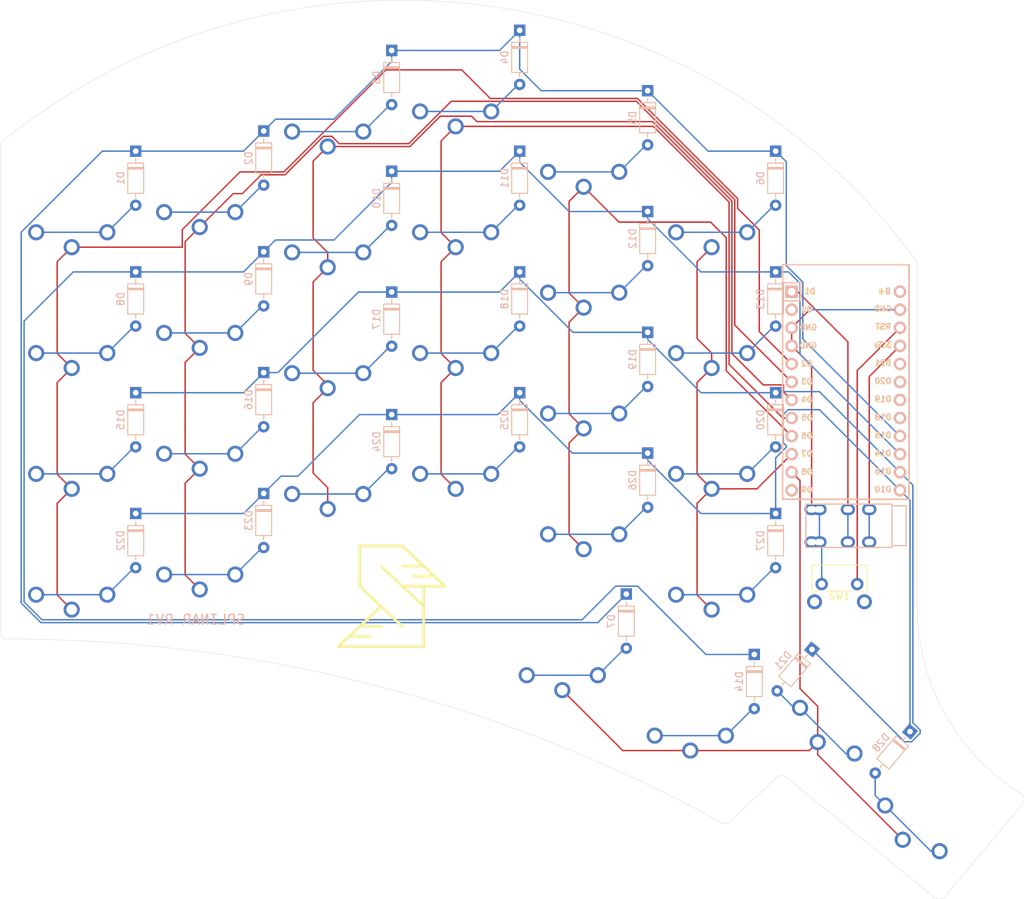
<source format=kicad_pcb>
(kicad_pcb (version 20240108) (generator "pcbnew") (generator_version "8.0")
  (layers (0 "F.Cu" signal) (31 "B.Cu" signal) (34 "B.Paste" user) (35 "F.Paste" user) (36 "B.SilkS" user "B.Silkscreen") (37 "F.SilkS" user "F.Silkscreen") (38 "B.Mask" user) (39 "F.Mask" user) (44 "Edge.Cuts" user))
  (net 0 "")
  (net 1 "Net-(D1-A)")
  (net 2 "Row 0")
  (net 3 "Net-(D2-A)")
  (net 4 "Net-(D3-A)")
  (net 5 "Net-(D4-A)")
  (net 6 "Net-(D5-A)")
  (net 7 "Net-(D6-A)")
  (net 8 "Net-(D7-A)")
  (net 9 "Row 1")
  (net 10 "Net-(D8-A)")
  (net 11 "Net-(D9-A)")
  (net 12 "Net-(D10-A)")
  (net 13 "Net-(D11-A)")
  (net 14 "Net-(D12-A)")
  (net 15 "Net-(D13-A)")
  (net 16 "Net-(D14-A)")
  (net 17 "Net-(D15-A)")
  (net 18 "Row 2")
  (net 19 "Net-(D16-A)")
  (net 20 "Net-(D17-A)")
  (net 21 "Net-(D18-A)")
  (net 22 "Net-(D19-A)")
  (net 23 "Net-(D20-A)")
  (net 24 "Net-(D21-A)")
  (net 25 "Row 3")
  (net 26 "Net-(D22-A)")
  (net 27 "Net-(D23-A)")
  (net 28 "Net-(D24-A)")
  (net 29 "Net-(D25-A)")
  (net 30 "Net-(D26-A)")
  (net 31 "Net-(D27-A)")
  (net 32 "Net-(D28-A)")
  (net 33 "Column 0")
  (net 34 "Column 1")
  (net 35 "Column 2")
  (net 36 "Column 3")
  (net 37 "Column 4")
  (net 38 "Column 5")
  (net 39 "Column 6")
  (net 40 "GND")
  (net 47 "RST")
  (net 48 "SDA")
  (net 49 "VCC")
  (footprint "Flippy:Kailh-PG1350-1u-reversible-No-Clickhole" (layer "F.Cu") (at 72 105.066661)
    (property "Reference" "S23")
    (property "Value" "Keyswitch" (hide yes))
  )
  (footprint "Flippy:Kailh-PG1350-1u-reversible-No-Clickhole" (layer "F.Cu") (at 72 71.066661)
    (property "Reference" "S9")
    (property "Value" "Keyswitch" (hide yes))
  )
  (footprint "Flippy:Kailh-PG1350-1u-reversible-No-Clickhole" (layer "F.Cu") (at 126 99.399995)
    (property "Reference" "S26")
    (property "Value" "Keyswitch" (hide yes))
  )
  (footprint "Flippy:Kailh-PG1350-1u-reversible-No-Clickhole" (layer "F.Cu") (at 126 82.399995)
    (property "Reference" "S19")
    (property "Value" "Keyswitch" (hide yes))
  )
  (footprint "Flippy:Kailh-PG1350-1u-reversible-No-Clickhole" (layer "F.Cu") (at 90 76.733329)
    (property "Reference" "S17")
    (property "Value" "Keyswitch" (hide yes))
  )
  (footprint "Flippy:Kailh-PG1350-1u-reversible-No-Clickhole" (layer "F.Cu") (at 54 73.9)
    (property "Reference" "S8")
    (property "Value" "Keyswitch" (hide yes))
  )
  (footprint "Flippy:Kailh-PG1350-1u-reversible-No-Clickhole" (layer "F.Cu") (at 162.707553 127.926004 -40)
    (property "Reference" "S21")
    (property "Value" "Keyswitch" (hide yes))
  )
  (footprint "Flippy:Kailh-PG1350-1u-reversible-No-Clickhole" (layer "F.Cu") (at 72 88.066661)
    (property "Reference" "S16")
    (property "Value" "Keyswitch" (hide yes))
  )
  (footprint "Flippy:Kailh-PG1350-1u-reversible-No-Clickhole" (layer "F.Cu") (at 90 93.733329)
    (property "Reference" "S24")
    (property "Value" "Keyswitch" (hide yes))
  )
  (footprint "Flippy:Kailh-PG1350-1u-reversible-No-Clickhole" (layer "F.Cu") (at 126 48.399995)
    (property "Reference" "S5")
    (property "Value" "Keyswitch" (hide yes))
  )
  (footprint "Flippy:Kailh-PG1350-1u-reversible-No-Clickhole" (layer "F.Cu") (at 126 65.399995)
    (property "Reference" "S12")
    (property "Value" "Keyswitch" (hide yes))
  )
  (footprint "Flippy:Kailh-PG1350-1u-reversible-No-Clickhole" (layer "F.Cu") (at 144 73.899994)
    (property "Reference" "S13")
    (property "Value" "Keyswitch" (hide yes))
  )
  (footprint "Flippy:Kailh-PG1350-1u-reversible-No-Clickhole" (layer "F.Cu") (at 90 42.733329)
    (property "Reference" "S3")
    (property "Value" "Keyswitch" (hide yes))
  )
  (footprint "Flippy:Kailh-PG1350-1u-reversible-No-Clickhole" (layer "F.Cu") (at 108 56.899996)
    (property "Reference" "S11")
    (property "Value" "Keyswitch" (hide yes))
  )
  (footprint "Keebio:SW_Tactile_SPST_Angled_MJTP1117" (layer "F.Cu") (at 159.475 110.2125)
    (property "Reference" "SW1")
    (property "Value" "SW_Push")
  )
  (footprint "Flippy:Kailh-PG1350-1u-reversible-No-Clickhole" (layer "F.Cu") (at 144 107.899994)
    (property "Reference" "S27")
    (property "Value" "Keyswitch" (hide yes))
  )
  (footprint "ScottoKeebs_MCU:Nice_Nano_V2" (layer "F.Cu") (at 162.87 83.0325)
    (property "Reference" "U2" (hide yes))
    (property "Value" "Nice_Nano_V2" (hide yes))
  )
  (footprint "Flippy:Kailh-PG1350-1u-reversible-No-Clickhole" (layer "F.Cu") (at 108 90.899996)
    (property "Reference" "S25")
    (property "Value" "Keyswitch" (hide yes))
  )
  (footprint "Flippy:Kailh-PG1350-1u-reversible-No-Clickhole" (layer "F.Cu") (at 54 90.9)
    (property "Reference" "S15")
    (property "Value" "Keyswitch" (hide yes))
  )
  (footprint "Flippy:Kailh-PG1350-1u-reversible-No-Clickhole" (layer "F.Cu") (at 54 56.9)
    (property "Reference" "S1")
    (property "Value" "Keyswitch" (hide yes))
  )
  (footprint "Flippy:TRRS_PJ-320A_FLIP" (layer "F.Cu") (at 169.3625 102 -90)
    (property "Reference" "U1")
    (property "Value" "TRRS")
  )
  (footprint "Flippy:Kailh-PG1350-1u-reversible-No-Clickhole" (layer "F.Cu") (at 123 119.23332)
    (property "Reference" "S7")
    (property "Value" "Keyswitch" (hide yes))
  )
  (footprint "Flippy:Kailh-PG1350-1u-reversible-No-Clickhole" (layer "F.Cu") (at 144 90.899994)
    (property "Reference" "S20")
    (property "Value" "Keyswitch" (hide yes))
  )
  (footprint "Flippy:Kailh-PG1350-1u-reversible-No-Clickhole" (layer "F.Cu") (at 144 56.899994)
    (property "Reference" "S6")
    (property "Value" "Keyswitch" (hide yes))
  )
  (footprint "Flippy:Kailh-PG1350-1u-reversible-No-Clickhole" (layer "F.Cu") (at 108 39.899996)
    (property "Reference" "S4")
    (property "Value" "Keyswitch" (hide yes))
  )
  (footprint "Flippy:Kailh-PG1350-1u-reversible-No-Clickhole" (layer "F.Cu") (at 174.675112 141.66665 -40)
    (property "Reference" "S28")
    (property "Value" "Keyswitch" (hide yes))
  )
  (footprint "Flippy:Kailh-PG1350-1u-reversible-No-Clickhole" (layer "F.Cu") (at 90 59.733329)
    (property "Reference" "S10")
    (property "Value" "Keyswitch" (hide yes))
  )
  (footprint "Flippy:Kailh-PG1350-1u-reversible-No-Clickhole" (layer "F.Cu") (at 54 107.9)
    (property "Reference" "S22")
    (property "Value" "Keyswitch" (hide yes))
  )
  (footprint "Flippy:Kailh-PG1350-1u-reversible-No-Clickhole" (layer "F.Cu") (at 108 73.899996)
    (property "Reference" "S18")
    (property "Value" "Keyswitch" (hide yes))
  )
  (footprint "Flippy:Kailh-PG1350-1u-reversible-No-Clickhole" (layer "F.Cu") (at 141 127.733319)
    (property "Reference" "S14")
    (property "Value" "Keyswitch" (hide yes))
  )
  (footprint "Flippy:Kailh-PG1350-1u-reversible-No-Clickhole" (layer "F.Cu") (at 72 54.066661)
    (property "Reference" "S2")
    (property "Value" "Keyswitch" (hide yes))
  )
  (footprint "Flippy:Diode_DO-35-FLIP" (layer "B.Cu") (at 150 120.113319 -90)
    (property "Reference" "D14")
    (property "Value" "Diode")
  )
  (footprint "Flippy:Diode_DO-35-FLIP" (layer "B.Cu") (at 81 63.446661 -90)
    (property "Reference" "D9")
    (property "Value" "Diode")
  )
  (footprint "Flippy:Diode_DO-35-FLIP" (layer "B.Cu") (at 81 80.446661 -90)
    (property "Reference" "D16")
    (property "Value" "Diode")
  )
  (footprint "Flippy:Diode_DO-35-FLIP" (layer "B.Cu") (at 63 66.28 -90)
    (property "Reference" "D8")
    (property "Value" "Diode")
  )
  (footprint "Flippy:Diode_DO-35-FLIP" (layer "B.Cu") (at 117 49.279996 -90)
    (property "Reference" "D11")
    (property "Value" "Diode")
  )
  (footprint "Flippy:Diode_DO-35-FLIP" (layer "B.Cu") (at 135 91.779994 -90)
    (property "Reference" "D26")
    (property "Value" "Diode")
  )
  (footprint "Flippy:Diode_DO-35-FLIP" (layer "B.Cu") (at 117 66.28 -90)
    (property "Reference" "D18")
    (property "Value" "Diode")
  )
  (footprint "Flippy:Diode_DO-35-FLIP" (layer "B.Cu") (at 63 83.28 -90)
    (property "Reference" "D15")
    (property "Value" "Diode")
  )
  (footprint "Flippy:Diode_DO-35-FLIP" (layer "B.Cu") (at 153 49.279994 -90)
    (property "Reference" "D6")
    (property "Value" "Diode")
  )
  (footprint "Flippy:Diode_DO-35-FLIP" (layer "B.Cu") (at 63 49.28 -90)
    (property "Reference" "D1")
    (property "Value" "Diode")
  )
  (footprint "Flippy:Diode_DO-35-FLIP" (layer "B.Cu") (at 81 46.446661 -90)
    (property "Reference" "D2")
    (property "Value" "Diode")
  )
  (footprint "Flippy:Diode_DO-35-FLIP" (layer "B.Cu") (at 117 32.279996 -90)
    (property "Reference" "D4")
    (property "Value" "Diode")
  )
  (footprint "Flippy:Diode_DO-35-FLIP" (layer "B.Cu") (at 99 35.113329 -90)
    (property "Reference" "D3")
    (property "Value" "Diode")
  )
  (footprint "Flippy:Diode_DO-35-FLIP" (layer "B.Cu") (at 135 40.78 -90)
    (property "Reference" "D5")
    (property "Value" "Diode")
  )
  (footprint "Flippy:Diode_DO-35-FLIP" (layer "B.Cu") (at 99 86.355 -90)
    (property "Reference" "D24")
    (property "Value" "Diode")
  )
  (footprint "Flippy:Diode_DO-35-FLIP" (layer "B.Cu") (at 153 66.279994 -90)
    (property "Reference" "D13")
    (property "Value" "Diode")
  )
  (footprint "Flippy:Diode_DO-35-FLIP" (layer "B.Cu") (at 135 57.78 -90)
    (property "Reference" "D12")
    (property "Value" "Diode")
  )
  (footprint "Flippy:Diode_DO-35-FLIP" (layer "B.Cu") (at 158.1112 119.4 -130)
    (property "Reference" "D21")
    (property "Value" "Diode")
  )
  (footprint "Flippy:Diode_DO-35-FLIP" (layer "B.Cu") (at 117 83.279996 -90)
    (property "Reference" "D25")
    (property "Value" "Diode")
  )
  (footprint "Flippy:Diode_DO-35-FLIP" (layer "B.Cu") (at 132 111.613319 -90)
    (property "Reference" "D7")
    (property "Value" "Diode")
  )
  (footprint "Flippy:Diode_DO-35-FLIP" (layer "B.Cu") (at 99 69.113329 -90)
    (property "Reference" "D17")
    (property "Value" "Diode")
  )
  (footprint "Flippy:Diode_DO-35-FLIP" (layer "B.Cu") (at 99 52.113329 -90)
    (property "Reference" "D10")
    (property "Value" "Diode")
  )
  (footprint "Flippy:Diode_DO-35-FLIP" (layer "B.Cu") (at 81 97.446661 -90)
    (property "Reference" "D23")
    (property "Value" "Diode")
  )
  (footprint "Flippy:Diode_DO-35-FLIP" (layer "B.Cu") (at 153 100.28 -90)
    (property "Reference" "D27")
    (property "Value" "Diode")
  )
  (footprint "Flippy:Diode_DO-35-FLIP" (layer "B.Cu") (at 171.9 130.970177 -130)
    (property "Reference" "D28")
    (property "Value" "Diode")
  )
  (footprint "Flippy:Diode_DO-35-FLIP" (layer "B.Cu") (at 153 83.28 -90)
    (property "Reference" "D20")
    (property "Value" "Diode")
  )
  (footprint "Flippy:Diode_DO-35-FLIP" (layer "B.Cu") (at 135 74.78 -90)
    (property "Reference" "D19")
    (property "Value" "Diode")
  )
  (footprint "Flippy:Diode_DO-35-FLIP" (layer "B.Cu") (at 63 100.28 -90)
    (property "Reference" "D22")
    (property "Value" "Diode")
  )
  (gr_line (start 102 109.083359) (end 105 109.083359) (stroke (width 0.4)) (layer "F.SilkS"))
  (gr_line (start 106.5 110.500026) (end 100.5 110.500026) (stroke (width 0.4)) (layer "F.SilkS"))
  (gr_line (start 100.5 116.166694) (end 94.499957 110.500071) (stroke (width 0.4)) (layer "F.SilkS"))
  (gr_line (start 100.5 104.833358) (end 106.5 110.500026) (stroke (width 0.4)) (layer "F.SilkS"))
  (gr_line (start 97.5 113.33336) (end 91.499957 118.999983) (stroke (width 0.4)) (layer "F.SilkS"))
  (gr_line (start 100.5 107.666692) (end 103.5 107.666692) (stroke (width 0.4)) (layer "F.SilkS"))
  (gr_line (start 94.5 104.833358) (end 100.5 104.833358) (stroke (width 0.4)) (layer "F.SilkS"))
  (gr_line (start 94.5 110.500026) (end 94.5 104.833358) (stroke (width 0.4)) (layer "F.SilkS"))
  (gr_line (start 97.5 107.666692) (end 103.5 113.33336) (stroke (width 0.4)) (layer "F.SilkS"))
  (gr_line (start 94.5 116.166694) (end 97.5 116.166694) (stroke (width 0.4)) (layer "F.SilkS"))
  (gr_line (start 91.5 119.000028) (end 103.5 119.000028) (stroke (width 0.4)) (layer "F.SilkS"))
  (gr_line (start 103.5 119.000028) (end 103.5 110.500026) (stroke (width 0.4)) (layer "F.SilkS"))
  (gr_line (start 93 117.583361) (end 96 117.583361) (stroke (width 0.4)) (layer "F.SilkS"))
  (gr_line (start 105 109.083359) (end 103.5 107.666692) (stroke (width 0.1)) (layer "F.SilkS"))
  (gr_arc (start 45 117.9375) (mid 44.248699 117.626301) (end 43.9375 116.875) (stroke (width 0.05)) (layer "Edge.Cuts"))
  (gr_arc (start 146.676237 143.535476) (mid 145.954913 143.910928) (end 145.179352 143.666435) (stroke (width 0.05)) (layer "Edge.Cuts"))
  (gr_line (start 154.5 137.416699) (end 175.329594 154.281959) (stroke (width 0.05)) (layer "Edge.Cuts"))
  (gr_line (start 187.67352 141.223999) (end 176.826479 154.151) (stroke (width 0.05)) (layer "Edge.Cuts"))
  (gr_arc (start 176.826479 154.151) (mid 176.105159 154.526495) (end 175.329594 154.281959) (stroke (width 0.05)) (layer "Edge.Cuts"))
  (gr_arc (start 187.542559 139.727116) (mid 176.802804 128.426081) (end 172.895696 113.33336) (stroke (width 0.05)) (layer "Edge.Cuts"))
  (gr_arc (start 187.542559 139.727117) (mid 187.918053 140.448435) (end 187.67352 141.223999) (stroke (width 0.05)) (layer "Edge.Cuts"))
  (gr_arc (start 43.937496 48.166662) (mid 112.010304 28.782979) (end 172.891486 64.881676) (stroke (width 0.05)) (layer "Edge.Cuts"))
  (gr_arc (start 45 117.9375) (mid 96.71528 124.472443) (end 145.179352 143.666435) (stroke (width 0.05)) (layer "Edge.Cuts"))
  (gr_line (start 146.676237 143.535476) (end 153.003115 137.547658) (stroke (width 0.05)) (layer "Edge.Cuts"))
  (gr_line (start 43.937495 48.166661) (end 43.9375 116.875) (stroke (width 0.05)) (layer "Edge.Cuts"))
  (gr_line (start 172.895696 113.33336) (end 172.891486 64.881676) (stroke (width 0.05)) (layer "Edge.Cuts"))
  (gr_arc (start 153.003115 137.547658) (mid 153.724439 137.172206) (end 154.5 137.416699) (stroke (width 0.05)) (layer "Edge.Cuts"))
  (gr_text "SPLINAR RV1" (at 64.5 116.166694 0) (layer "B.SilkS") (effects (font (size 1.5 1.5) (thickness 0.1)) (justify right bottom mirror)))
  (segment (start 62.8 56.9) (end 63 56.9) (width 0.2) (layer "B.Cu") (net 1))
  (segment (start 49 60.7) (end 59 60.7) (width 0.2) (layer "B.Cu") (net 1))
  (segment (start 59 60.7) (end 62.8 56.9) (width 0.2) (layer "B.Cu") (net 1))
  (segment (start 78.166661 49.28) (end 81 46.446661) (width 0.2) (layer "B.Cu") (net 2))
  (segment (start 63 49.28) (end 78.166661 49.28) (width 0.2) (layer "B.Cu") (net 2))
  (segment (start 117 37.75) (end 120.03 40.78) (width 0.2) (layer "B.Cu") (net 2))
  (segment (start 154.5 50.779994) (end 154.5 65.394215) (width 0.2) (layer "B.Cu") (net 2))
  (segment (start 154.5 65.394215) (end 156.8263 67.720515) (width 0.2) (layer "B.Cu") (net 2))
  (segment (start 82.663332 44.783329) (end 90.883347 44.783329) (width 0.2) (layer "B.Cu") (net 2))
  (segment (start 58.303347 49.28) (end 63 49.28) (width 0.2) (layer "B.Cu") (net 2))
  (segment (start 143.499994 49.279994) (end 153 49.279994) (width 0.2) (layer "B.Cu") (net 2))
  (segment (start 153 49.279994) (end 154.5 50.779994) (width 0.2) (layer "B.Cu") (net 2))
  (segment (start 117 32.279996) (end 117 37.75) (width 0.2) (layer "B.Cu") (net 2))
  (segment (start 49.648621 115.631) (end 46.9 112.882378) (width 0.2) (layer "B.Cu") (net 2))
  (segment (start 156.8263 75.7188) (end 170.49 89.3825) (width 0.2) (layer "B.Cu") (net 2))
  (segment (start 114.166667 35.113329) (end 117 32.279996) (width 0.2) (layer "B.Cu") (net 2))
  (segment (start 127.982319 115.631) (end 49.648621 115.631) (width 0.2) (layer "B.Cu") (net 2))
  (segment (start 46.9 112.882378) (end 46.9 60.683347) (width 0.2) (layer "B.Cu") (net 2))
  (segment (start 135 40.78) (end 143.499994 49.279994) (width 0.2) (layer "B.Cu") (net 2))
  (segment (start 90.883347 44.783329) (end 99 36.666676) (width 0.2) (layer "B.Cu") (net 2))
  (segment (start 99 35.113329) (end 114.166667 35.113329) (width 0.2) (layer "B.Cu") (net 2))
  (segment (start 81 46.446661) (end 82.663332 44.783329) (width 0.2) (layer "B.Cu") (net 2))
  (segment (start 132 111.613319) (end 127.982319 115.631) (width 0.2) (layer "B.Cu") (net 2))
  (segment (start 46.9 60.683347) (end 58.303347 49.28) (width 0.2) (layer "B.Cu") (net 2))
  (segment (start 120.03 40.78) (end 135 40.78) (width 0.2) (layer "B.Cu") (net 2))
  (segment (start 99 36.666676) (end 99 35.113329) (width 0.2) (layer "B.Cu") (net 2))
  (segment (start 156.8263 67.720515) (end 156.8263 75.7188) (width 0.2) (layer "B.Cu") (net 2))
  (segment (start 67 57.866661) (end 77 57.866661) (width 0.2) (layer "B.Cu") (net 3))
  (segment (start 77 57.866661) (end 80.8 54.066661) (width 0.2) (layer "B.Cu") (net 3))
  (segment (start 80.8 54.066661) (end 81 54.066661) (width 0.2) (layer "B.Cu") (net 3))
  (segment (start 98.8 42.733329) (end 99 42.733329) (width 0.2) (layer "B.Cu") (net 4))
  (segment (start 85 46.533329) (end 95 46.533329) (width 0.2) (layer "B.Cu") (net 4))
  (segment (start 95 46.533329) (end 98.8 42.733329) (width 0.2) (layer "B.Cu") (net 4))
  (segment (start 103 43.699996) (end 113 43.699996) (width 0.2) (layer "B.Cu") (net 5))
  (segment (start 113 43.699996) (end 116.8 39.899996) (width 0.2) (layer "B.Cu") (net 5))
  (segment (start 116.8 39.899996) (end 117 39.899996) (width 0.2) (layer "B.Cu") (net 5))
  (segment (start 134.799995 48.4) (end 135 48.4) (width 0.2) (layer "B.Cu") (net 6))
  (segment (start 121 52.199995) (end 131 52.199995) (width 0.2) (layer "B.Cu") (net 6))
  (segment (start 131 52.199995) (end 134.799995 48.4) (width 0.2) (layer "B.Cu") (net 6))
  (segment (start 149 60.699994) (end 152.8 56.899994) (width 0.2) (layer "B.Cu") (net 7))
  (segment (start 152.8 56.899994) (end 153 56.899994) (width 0.2) (layer "B.Cu") (net 7))
  (segment (start 139 60.699994) (end 149 60.699994) (width 0.2) (layer "B.Cu") (net 7))
  (segment (start 128 123.03332) (end 131.800001 119.233319) (width 0.2) (layer "B.Cu") (net 8))
  (segment (start 118 123.03332) (end 128 123.03332) (width 0.2) (layer "B.Cu") (net 8))
  (segment (start 131.800001 119.233319) (end 132 119.233319) (width 0.2) (layer "B.Cu") (net 8))
  (segment (start 78.166661 66.28) (end 81 63.446661) (width 0.2) (layer "B.Cu") (net 9))
  (segment (start 54.220016 66.28) (end 63 66.28) (width 0.2) (layer "B.Cu") (net 9))
  (segment (start 130.5 110.500026) (end 125.769026 115.231) (width 0.2) (layer "B.Cu") (net 9))
  (segment (start 117 50.833346) (end 117 49.279996) (width 0.2) (layer "B.Cu") (net 9))
  (segment (start 47.3 73.200016) (end 54.220016 66.28) (width 0.2) (layer "B.Cu") (net 9))
  (segment (start 156.4263 67.8862) (end 154.820094 66.279994) (width 0.2) (layer "B.Cu") (net 9))
  (segment (start 143.196626 120.113319) (end 133.583333 110.500026) (width 0.2) (layer "B.Cu") (net 9))
  (segment (start 125.769026 115.231) (end 49.814307 115.231) (width 0.2) (layer "B.Cu") (net 9))
  (segment (start 142.499994 66.279994) (end 153 66.279994) (width 0.2) (layer "B.Cu") (net 9))
  (segment (start 133.583333 110.500026) (end 130.5 110.500026) (width 0.2) (layer "B.Cu") (net 9))
  (segment (start 82.663332 61.783329) (end 90.883351 61.783329) (width 0.2) (layer "B.Cu") (net 9))
  (segment (start 114.166667 52.113329) (end 117 49.279996) (width 0.2) (layer "B.Cu") (net 9))
  (segment (start 63 66.28) (end 78.166661 66.28) (width 0.2) (layer "B.Cu") (net 9))
  (segment (start 81 63.446661) (end 82.663332 61.783329) (width 0.2) (layer "B.Cu") (net 9))
  (segment (start 90.883351 61.783329) (end 99 53.66668) (width 0.2) (layer "B.Cu") (net 9))
  (segment (start 47.3 112.716693) (end 47.3 73.200016) (width 0.2) (layer "B.Cu") (net 9))
  (segment (start 99 53.66668) (end 99 52.113329) (width 0.2) (layer "B.Cu") (net 9))
  (segment (start 150 120.113319) (end 143.196626 120.113319) (width 0.2) (layer "B.Cu") (net 9))
  (segment (start 135 58.78) (end 142.499994 66.279994) (width 0.2) (layer "B.Cu") (net 9))
  (segment (start 123.946654 57.78) (end 117 50.833346) (width 0.2) (layer "B.Cu") (net 9))
  (segment (start 135 57.78) (end 123.946654 57.78) (width 0.2) (layer "B.Cu") (net 9))
  (segment (start 99 52.113329) (end 114.166667 52.113329) (width 0.2) (layer "B.Cu") (net 9))
  (segment (start 154.820094 66.279994) (end 153 66.279994) (width 0.2) (layer "B.Cu") (net 9))
  (segment (start 170.49 91.9225) (end 156.4263 77.8588) (width 0.2) (layer "B.Cu") (net 9))
  (segment (start 135 57.78) (end 135 58.78) (width 0.2) (layer "B.Cu") (net 9))
  (segment (start 49.814307 115.231) (end 47.3 112.716693) (width 0.2) (layer "B.Cu") (net 9))
  (segment (start 156.4263 77.8588) (end 156.4263 67.8862) (width 0.2) (layer "B.Cu") (net 9))
  (segment (start 59 77.7) (end 62.8 73.9) (width 0.2) (layer "B.Cu") (net 10))
  (segment (start 62.8 73.9) (end 63 73.9) (width 0.2) (layer "B.Cu") (net 10))
  (segment (start 49 77.7) (end 59 77.7) (width 0.2) (layer "B.Cu") (net 10))
  (segment (start 80.8 71.066661) (end 81 71.066661) (width 0.2) (layer "B.Cu") (net 11))
  (segment (start 67 74.866661) (end 77 74.866661) (width 0.2) (layer "B.Cu") (net 11))
  (segment (start 77 74.866661) (end 80.8 71.066661) (width 0.2) (layer "B.Cu") (net 11))
  (segment (start 98.8 59.733329) (end 99 59.733329) (width 0.2) (layer "B.Cu") (net 12))
  (segment (start 95 63.533329) (end 98.8 59.733329) (width 0.2) (layer "B.Cu") (net 12))
  (segment (start 85 63.533329) (end 95 63.533329) (width 0.2) (layer "B.Cu") (net 12))
  (segment (start 103 60.699996) (end 113 60.699996) (width 0.2) (layer "B.Cu") (net 13))
  (segment (start 113 60.699996) (end 116.8 56.899996) (width 0.2) (layer "B.Cu") (net 13))
  (segment (start 116.8 56.899996) (end 117 56.899996) (width 0.2) (layer "B.Cu") (net 13))
  (segment (start 121 69.199995) (end 131 69.199995) (width 0.2) (layer "B.Cu") (net 14))
  (segment (start 134.799995 65.4) (end 135 65.4) (width 0.2) (layer "B.Cu") (net 14))
  (segment (start 131 69.199995) (end 134.799995 65.4) (width 0.2) (layer "B.Cu") (net 14))
  (segment (start 149 77.699994) (end 152.8 73.899994) (width 0.2) (layer "B.Cu") (net 15))
  (segment (start 152.8 73.899994) (end 153 73.899994) (width 0.2) (layer "B.Cu") (net 15))
  (segment (start 139 77.699994) (end 149 77.699994) (width 0.2) (layer "B.Cu") (net 15))
  (segment (start 136 131.533319) (end 146 131.533319) (width 0.2) (layer "B.Cu") (net 16))
  (segment (start 149.8 127.733319) (end 150 127.733319) (width 0.2) (layer "B.Cu") (net 16))
  (segment (start 146 131.533319) (end 149.8 127.733319) (width 0.2) (layer "B.Cu") (net 16))
  (segment (start 62.8 90.9) (end 63 90.9) (width 0.2) (layer "B.Cu") (net 17))
  (segment (start 59 94.7) (end 62.8 90.9) (width 0.2) (layer "B.Cu") (net 17))
  (segment (start 49 94.7) (end 59 94.7) (width 0.2) (layer "B.Cu") (net 17))
  (segment (start 172.3 96.2725) (end 170.49 94.4625) (width 0.2) (layer "B.Cu") (net 18))
  (segment (start 159.1537 83.1262) (end 170.49 94.4625) (width 0.2) (layer "B.Cu") (net 18))
  (segment (start 173.327066 131.193047) (end 173.327066 130.747307) (width 0.2) (layer "B.Cu") (net 18))
  (segment (start 135 74.78) (end 135 75.78) (width 0.2) (layer "B.Cu") (net 18))
  (segment (start 135 75.78) (end 142.5 83.28) (width 0.2) (layer "B.Cu") (net 18))
  (segment (start 158.1112 119.4) (end 171.108443 132.397243) (width 0.2) (layer "B.Cu") (net 18))
  (segment (start 117 67.28) (end 124.5 74.78) (width 0.2) (layer "B.Cu") (net 18))
  (segment (start 153.1538 83.1262) (end 159.1537 83.1262) (width 0.2) (layer "B.Cu") (net 18))
  (segment (start 114.166671 69.113329) (end 117 66.28) (width 0.2) (layer "B.Cu") (net 18))
  (segment (start 63 83.28) (end 78.166661 83.28) (width 0.2) (layer "B.Cu") (net 18))
  (segment (start 153 83.28) (end 153.1538 83.1262) (width 0.2) (layer "B.Cu") (net 18))
  (segment (start 99 69.113329) (end 114.166671 69.113329) (width 0.2) (layer "B.Cu") (net 18))
  (segment (start 82.993578 80.446661) (end 94.32691 69.113329) (width 0.2) (layer "B.Cu") (net 18))
  (segment (start 142.5 83.28) (end 153 83.28) (width 0.2) (layer "B.Cu") (net 18))
  (segment (start 117 66.28) (end 117 67.28) (width 0.2) (layer "B.Cu") (net 18))
  (segment (start 81 80.446661) (end 82.993578 80.446661) (width 0.2) (layer "B.Cu") (net 18))
  (segment (start 173.327066 130.747307) (end 172.3 129.720241) (width 0.2) (layer "B.Cu") (net 18))
  (segment (start 171.108443 132.397243) (end 172.12287 132.397243) (width 0.2) (layer "B.Cu") (net 18))
  (segment (start 78.166661 83.28) (end 81 80.446661) (width 0.2) (layer "B.Cu") (net 18))
  (segment (start 172.3 129.720241) (end 172.3 96.2725) (width 0.2) (layer "B.Cu") (net 18))
  (segment (start 94.32691 69.113329) (end 99 69.113329) (width 0.2) (layer "B.Cu") (net 18))
  (segment (start 172.12287 132.397243) (end 173.327066 131.193047) (width 0.2) (layer "B.Cu") (net 18))
  (segment (start 124.5 74.78) (end 135 74.78) (width 0.2) (layer "B.Cu") (net 18))
  (segment (start 80.8 88.066661) (end 81 88.066661) (width 0.2) (layer "B.Cu") (net 19))
  (segment (start 77 91.866661) (end 80.8 88.066661) (width 0.2) (layer "B.Cu") (net 19))
  (segment (start 67 91.866661) (end 77 91.866661) (width 0.2) (layer "B.Cu") (net 19))
  (segment (start 98.8 76.733329) (end 99 76.733329) (width 0.2) (layer "B.Cu") (net 20))
  (segment (start 95 80.533329) (end 98.8 76.733329) (width 0.2) (layer "B.Cu") (net 20))
  (segment (start 85 80.533329) (end 95 80.533329) (width 0.2) (layer "B.Cu") (net 20))
  (segment (start 116.799996 73.9) (end 117 73.9) (width 0.2) (layer "B.Cu") (net 21))
  (segment (start 113 77.699996) (end 116.799996 73.9) (width 0.2) (layer "B.Cu") (net 21))
  (segment (start 103 77.699996) (end 113 77.699996) (width 0.2) (layer "B.Cu") (net 21))
  (segment (start 134.799995 82.4) (end 135 82.4) (width 0.2) (layer "B.Cu") (net 22))
  (segment (start 131 86.199995) (end 134.799995 82.4) (width 0.2) (layer "B.Cu") (net 22))
  (segment (start 121 86.199995) (end 131 86.199995) (width 0.2) (layer "B.Cu") (net 22))
  (segment (start 152.799994 90.9) (end 153 90.9) (width 0.2) (layer "B.Cu") (net 23))
  (segment (start 139 94.699994) (end 149 94.699994) (width 0.2) (layer "B.Cu") (net 23))
  (segment (start 149 94.699994) (end 152.799994 90.9) (width 0.2) (layer "B.Cu") (net 23))
  (segment (start 153.213158 125.237259) (end 155.598934 127.623035) (width 0.2) (layer "B.Cu") (net 24))
  (segment (start 156.434738 127.623035) (end 162.862614 134.050911) (width 0.2) (layer "B.Cu") (net 24))
  (segment (start 162.862614 134.050911) (end 164.095182 134.050911) (width 0.2) (layer "B.Cu") (net 24))
  (segment (start 155.598934 127.623035) (end 156.434738 127.623035) (width 0.2) (layer "B.Cu") (net 24))
  (segment (start 142.500006 100.28) (end 153 100.28) (width 0.2) (layer "B.Cu") (net 25))
  (segment (start 135 91.779994) (end 135 92.779994) (width 0.2) (layer "B.Cu") (net 25))
  (segment (start 63 100.28) (end 78.166661 100.28) (width 0.2) (layer "B.Cu") (net 25))
  (segment (start 153 100.28) (end 153 92.455635) (width 0.2) (layer "B.Cu") (net 25))
  (segment (start 171.9 98.4125) (end 170.49 97.0025) (width 0.2) (layer "B.Cu") (net 25))
  (segment (start 117 84.35258) (end 124.427414 91.779994) (width 0.2) (layer "B.Cu") (net 25))
  (segment (start 154.0737 86.35526) (end 154.76276 85.6662) (width 0.2) (layer "B.Cu") (net 25))
  (segment (start 154.5 90.955635) (end 154.5 90.750021) (width 0.2) (layer "B.Cu") (net 25))
  (segment (start 113.924996 86.355) (end 117 83.279996) (width 0.2) (layer "B.Cu") (net 25))
  (segment (start 83.422083 95.024578) (end 85.809613 95.024578) (width 0.2) (layer "B.Cu") (net 25))
  (segment (start 94.479191 86.355) (end 99 86.355) (width 0.2) (layer "B.Cu") (net 25))
  (segment (start 154.76276 85.6662) (end 159.1537 85.6662) (width 0.2) (layer "B.Cu") (net 25))
  (segment (start 171.9 130.970177) (end 171.9 98.4125) (width 0.2) (layer "B.Cu") (net 25))
  (segment (start 154.0737 90.323721) (end 154.0737 86.35526) (width 0.2) (layer "B.Cu") (net 25))
  (segment (start 81 97.446661) (end 83.422083 95.024578) (width 0.2) (layer "B.Cu") (net 25))
  (segment (start 135 92.779994) (end 142.500006 100.28) (width 0.2) (layer "B.Cu") (net 25))
  (segment (start 154.5 90.750021) (end 154.0737 90.323721) (width 0.2) (layer "B.Cu") (net 25))
  (segment (start 78.166661 100.28) (end 81 97.446661) (width 0.2) (layer "B.Cu") (net 25))
  (segment (start 99 86.355) (end 113.924996 86.355) (width 0.2) (layer "B.Cu") (net 25))
  (segment (start 153 92.455635) (end 154.5 90.955635) (width 0.2) (layer "B.Cu") (net 25))
  (segment (start 117 83.279996) (end 117 84.35258) (width 0.2) (layer "B.Cu") (net 25))
  (segment (start 159.1537 85.6662) (end 170.49 97.0025) (width 0.2) (layer "B.Cu") (net 25))
  (segment (start 85.809613 95.024578) (end 94.479191 86.355) (width 0.2) (layer "B.Cu") (net 25))
  (segment (start 124.427414 91.779994) (end 135 91.779994) (width 0.2) (layer "B.Cu") (net 25))
  (segment (start 62.8 107.9) (end 63 107.9) (width 0.2) (layer "B.Cu") (net 26))
  (segment (start 59 111.7) (end 62.8 107.9) (width 0.2) (layer "B.Cu") (net 26))
  (segment (start 49 111.7) (end 59 111.7) (width 0.2) (layer "B.Cu") (net 26))
  (segment (start 67 108.866661) (end 77 108.866661) (width 0.2) (layer "B.Cu") (net 27))
  (segment (start 80.8 105.066661) (end 81 105.066661) (width 0.2) (layer "B.Cu") (net 27))
  (segment (start 77 108.866661) (end 80.8 105.066661) (width 0.2) (layer "B.Cu") (net 27))
  (segment (start 95 97.533329) (end 98.558329 93.975) (width 0.2) (layer "B.Cu") (net 28))
  (segment (start 98.558329 93.975) (end 99 93.975) (width 0.2) (layer "B.Cu") (net 28))
  (segment (start 85 97.533329) (end 95 97.533329) (width 0.2) (layer "B.Cu") (net 28))
  (segment (start 103 94.699996) (end 113 94.699996) (width 0.2) (layer "B.Cu") (net 29))
  (segment (start 116.8 90.899996) (end 117 90.899996) (width 0.2) (layer "B.Cu") (net 29))
  (segment (start 113 94.699996) (end 116.8 90.899996) (width 0.2) (layer "B.Cu") (net 29))
  (segment (start 121 103.199995) (end 131 103.199995) (width 0.2) (layer "B.Cu") (net 30))
  (segment (start 131 103.199995) (end 134.800001 99.399994) (width 0.2) (layer "B.Cu") (net 30))
  (segment (start 134.800001 99.399994) (end 135 99.399994) (width 0.2) (layer "B.Cu") (net 30))
  (segment (start 139 111.699994) (end 149 111.699994) (width 0.2) (layer "B.Cu") (net 31))
  (segment (start 149 111.699994) (end 152.799994 107.9) (width 0.2) (layer "B.Cu") (net 31))
  (segment (start 152.799994 107.9) (end 153 107.9) (width 0.2) (layer "B.Cu") (net 31))
  (segment (start 168.402297 141.363681) (end 174.830173 147.791557) (width 0.2) (layer "B.Cu") (net 32))
  (segment (start 168.402297 141.363681) (end 168.402297 141.347736) (width 0.2) (layer "B.Cu") (net 32))
  (segment (start 168.402297 141.347736) (end 167.001958 139.947397) (width 0.2) (layer "B.Cu") (net 32))
  (segment (start 167.001958 139.947397) (end 167.001958 136.807436) (width 0.2) (layer "B.Cu") (net 32))
  (segment (start 174.830173 147.791557) (end 176.062741 147.791557) (width 0.2) (layer "B.Cu") (net 32))
  (segment (start 147.65 57.326254) (end 147.65 55.953798) (width 0.2) (layer "F.Cu") (net 33))
  (segment (start 108.849138 37.849996) (end 98.193907 37.849996) (width 0.2) (layer "F.Cu") (net 33))
  (segment (start 51.95 98.85) (end 54 96.8) (width 0.2) (layer "F.Cu") (net 33))
  (segment (start 83.834314 52.209589) (end 77.660016 52.209589) (width 0.2) (layer "F.Cu") (net 33))
  (segment (start 147.65 55.953798) (end 133.565196 41.868996) (width 0.2) (layer "F.Cu") (net 33))
  (segment (start 112.868138 41.868996) (end 108.849138 37.849996) (width 0.2) (layer "F.Cu") (net 33))
  (segment (start 51.95 64.85) (end 54 62.8) (width 0.2) (layer "F.Cu") (net 33))
  (segment (start 51.95 77.75) (end 51.95 64.85) (width 0.2) (layer "F.Cu") (net 33))
  (segment (start 69.55 60.319605) (end 69.55 62.8) (width 0.2) (layer "F.Cu") (net 33))
  (segment (start 51.95 81.85) (end 54 79.8) (width 0.2) (layer "F.Cu") (net 33))
  (segment (start 150.7 60.376254) (end 147.65 57.326254) (width 0.2) (layer "F.Cu") (net 33))
  (segment (start 54 96.8) (end 51.95 94.75) (width 0.2) (layer "F.Cu") (net 33))
  (segment (start 150.7 74.6725) (end 150.7 60.376254) (width 0.2) (layer "F.Cu") (net 33))
  (segment (start 77.660016 52.209589) (end 69.55 60.319605) (width 0.2) (layer "F.Cu") (net 33))
  (segment (start 155.25 79.2225) (end 150.7 74.6725) (width 0.2) (layer "F.Cu") (net 33))
  (segment (start 98.193907 37.849996) (end 83.834314 52.209589) (width 0.2) (layer "F.Cu") (net 33))
  (segment (start 54 79.8) (end 51.95 77.75) (width 0.2) (layer "F.Cu") (net 33))
  (segment (start 51.95 94.75) (end 51.95 81.85) (width 0.2) (layer "F.Cu") (net 33))
  (segment (start 54 113.8) (end 51.95 111.75) (width 0.2) (layer "F.Cu") (net 33))
  (segment (start 133.565196 41.868996) (end 112.868138 41.868996) (width 0.2) (layer "F.Cu") (net 33))
  (segment (start 69.55 62.8) (end 54 62.8) (width 0.2) (layer "F.Cu") (net 33))
  (segment (start 51.95 111.75) (end 51.95 98.85) (width 0.2) (layer "F.Cu") (net 33))
  (segment (start 89.40726 47.202329) (end 84 52.609589) (width 0.2) (layer "F.Cu") (net 34))
  (segment (start 91.62374 48.233329) (end 90.59274 47.202329) (width 0.2) (layer "F.Cu") (net 34))
  (segment (start 84 52.609589) (end 80.654128 52.609589) (width 0.2) (layer "F.Cu") (net 34))
  (segment (start 72 76.966661) (end 69.95 74.916661) (width 0.2) (layer "F.Cu") (net 34))
  (segment (start 69.95 96.016661) (end 72 93.966661) (width 0.2) (layer "F.Cu") (net 34))
  (segment (start 72 110.966661) (end 69.95 108.916661) (width 0.2) (layer "F.Cu") (net 34))
  (segment (start 76.7 55.266661) (end 72 59.966661) (width 0.2) (layer "F.Cu") (net 34))
  (segment (start 107.373663 42.268996) (end 101.40933 48.233329) (width 0.2) (layer "F.Cu") (net 34))
  (segment (start 69.95 108.916661) (end 69.95 96.016661) (width 0.2) (layer "F.Cu") (net 34))
  (segment (start 69.95 62.016661) (end 72 59.966661) (width 0.2) (layer "F.Cu") (net 34))
  (segment (start 133.399511 42.268996) (end 107.373663 42.268996) (width 0.2) (layer "F.Cu") (net 34))
  (segment (start 80.654128 52.609589) (end 77.997056 55.266661) (width 0.2) (layer "F.Cu") (net 34))
  (segment (start 90.59274 47.202329) (end 89.40726 47.202329) (width 0.2) (layer "F.Cu") (net 34))
  (segment (start 69.95 74.916661) (end 69.95 62.016661) (width 0.2) (layer "F.Cu") (net 34))
  (segment (start 69.95 91.916661) (end 69.95 79.016661) (width 0.2) (layer "F.Cu") (net 34))
  (segment (start 147.25 73.7625) (end 147.25 56.119484) (width 0.2) (layer "F.Cu") (net 34))
  (segment (start 69.95 79.016661) (end 72 76.966661) (width 0.2) (layer "F.Cu") (net 34))
  (segment (start 101.40933 48.233329) (end 91.62374 48.233329) (width 0.2) (layer "F.Cu") (net 34))
  (segment (start 155.25 81.7625) (end 147.25 73.7625) (width 0.2) (layer "F.Cu") (net 34))
  (segment (start 72 93.966661) (end 69.95 91.916661) (width 0.2) (layer "F.Cu") (net 34))
  (segment (start 77.997056 55.266661) (end 76.7 55.266661) (width 0.2) (layer "F.Cu") (net 34))
  (segment (start 147.25 56.119484) (end 133.399511 42.268996) (width 0.2) (layer "F.Cu") (net 34))
  (segment (start 151.263315 82.18) (end 146.85 77.766685) (width 0.2) (layer "F.Cu") (net 35))
  (segment (start 87.95 50.683329) (end 90 48.633329) (width 0.2) (layer "F.Cu") (net 35))
  (segment (start 90 82.633329) (end 90 82.166686) (width 0.2) (layer "F.Cu") (net 35))
  (segment (start 90 65.633329) (end 90 63.536273) (width 0.2) (layer "F.Cu") (net 35))
  (segment (start 101.575016 48.633329) (end 90 48.633329) (width 0.2) (layer "F.Cu") (net 35))
  (segment (start 87.95 61.486273) (end 87.95 50.683329) (width 0.2) (layer "F.Cu") (net 35))
  (segment (start 111 45.130996) (end 110.238 44.368996) (width 0.2) (layer "F.Cu") (net 35))
  (segment (start 110.238 44.368996) (end 105.839349 44.368996) (width 0.2) (layer "F.Cu") (net 35))
  (segment (start 146.85 56.28517) (end 135.695826 45.130996) (width 0.2) (layer "F.Cu") (net 35))
  (segment (start 87.95 94.582467) (end 87.95 84.683329) (width 0.2) (layer "F.Cu") (net 35))
  (segment (start 87.95 80.116686) (end 87.95 67.683329) (width 0.2) (layer "F.Cu") (net 35))
  (segment (start 135.695826 45.130996) (end 111 45.130996) (width 0.2) (layer "F.Cu") (net 35))
  (segment (start 90 96.632467) (end 87.95 94.582467) (width 0.2) (layer "F.Cu") (net 35))
  (segment (start 87.95 84.683329) (end 90 82.633329) (width 0.2) (layer "F.Cu") (net 35))
  (segment (start 90 99.633329) (end 90 96.632467) (width 0.2) (layer "F.Cu") (net 35))
  (segment (start 155.25 84.3025) (end 154.1 83.1525) (width 0.2) (layer "F.Cu") (net 35))
  (segment (start 146.85 77.766685) (end 146.85 56.28517) (width 0.2) (layer "F.Cu") (net 35))
  (segment (start 154.1 82.18) (end 151.263315 82.18) (width 0.2) (layer "F.Cu") (net 35))
  (segment (start 90 82.166686) (end 87.95 80.116686) (width 0.2) (layer "F.Cu") (net 35))
  (segment (start 154.1 83.1525) (end 154.1 82.18) (width 0.2) (layer "F.Cu") (net 35))
  (segment (start 90 63.536273) (end 87.95 61.486273) (width 0.2) (layer "F.Cu") (net 35))
  (segment (start 87.95 67.683329) (end 90 65.633329) (width 0.2) (layer "F.Cu") (net 35))
  (segment (start 105.839349 44.368996) (end 101.575016 48.633329) (width 0.2) (layer "F.Cu") (net 35))
  (segment (start 155.25 86.8425) (end 154.010725 86.8425) (width 0.2) (layer "F.Cu") (net 36))
  (segment (start 154.010725 86.8425) (end 146.45 79.281775) (width 0.2) (layer "F.Cu") (net 36))
  (segment (start 105.95 94.749996) (end 105.95 81.849996) (width 0.2) (layer "F.Cu") (net 36))
  (segment (start 108 96.799996) (end 105.95 94.749996) (width 0.2) (layer "F.Cu") (net 36))
  (segment (start 105.95 47.849996) (end 108 45.799996) (width 0.2) (layer "F.Cu") (net 36))
  (segment (start 108 79.799996) (end 105.95 77.749996) (width 0.2) (layer "F.Cu") (net 36))
  (segment (start 108 62.799996) (end 105.95 60.749996) (width 0.2) (layer "F.Cu") (net 36))
  (segment (start 105.95 60.749996) (end 105.95 47.849996) (width 0.2) (layer "F.Cu") (net 36))
  (segment (start 135.79914 45.799996) (end 108 45.799996) (width 0.2) (layer "F.Cu") (net 36))
  (segment (start 146.45 56.450856) (end 135.79914 45.799996) (width 0.2) (layer "F.Cu") (net 36))
  (segment (start 105.95 64.849996) (end 108 62.799996) (width 0.2) (layer "F.Cu") (net 36))
  (segment (start 146.45 79.281775) (end 146.45 56.450856) (width 0.2) (layer "F.Cu") (net 36))
  (segment (start 105.95 77.749996) (end 105.95 64.849996) (width 0.2) (layer "F.Cu") (net 36))
  (segment (start 105.95 81.849996) (end 108 79.799996) (width 0.2) (layer "F.Cu") (net 36))
  (segment (start 123.95 73.349995) (end 126 71.299995) (width 0.2) (layer "F.Cu") (net 37))
  (segment (start 130.968999 59.268994) (end 143.852313 59.268994) (width 0.2) (layer "F.Cu") (net 37))
  (segment (start 123.95 90.349995) (end 126 88.299995) (width 0.2) (layer "F.Cu") (net 37))
  (segment (start 143.852313 59.268994) (end 146.05 61.466681) (width 0.2) (layer "F.Cu") (net 37))
  (segment (start 146.05 80.1825) (end 155.25 89.3825) (width 0.2) (layer "F.Cu") (net 37))
  (segment (start 146.05 61.466681) (end 146.05 80.1825) (width 0.2) (layer "F.Cu") (net 37))
  (segment (start 123.95 103.249995) (end 123.95 90.349995) (width 0.2) (layer "F.Cu") (net 37))
  (segment (start 126 71.299995) (end 123.95 69.249995) (width 0.2) (layer "F.Cu") (net 37))
  (segment (start 123.95 56.349995) (end 126 54.299995) (width 0.2) (layer "F.Cu") (net 37))
  (segment (start 126 54.299995) (end 130.968999 59.268994) (width 0.2) (layer "F.Cu") (net 37))
  (segment (start 126 105.299995) (end 123.95 103.249995) (width 0.2) (layer "F.Cu") (net 37))
  (segment (start 123.95 69.249995) (end 123.95 56.349995) (width 0.2) (layer "F.Cu") (net 37))
  (segment (start 126 88.299995) (end 123.95 86.249995) (width 0.2) (layer "F.Cu") (net 37))
  (segment (start 123.95 86.249995) (end 123.95 73.349995) (width 0.2) (layer "F.Cu") (net 37))
  (segment (start 141.95 111.749994) (end 141.95 98.849994) (width 0.2) (layer "F.Cu") (net 38))
  (segment (start 144 96.799994) (end 150.372506 96.799994) (width 0.2) (layer "F.Cu") (net 38))
  (segment (start 141.95 75.652938) (end 141.95 64.849994) (width 0.2) (layer "F.Cu") (net 38))
  (segment (start 144 113.799994) (end 141.95 111.749994) (width 0.2) (layer "F.Cu") (net 38))
  (segment (start 144 79.799994) (end 144 77.702938) (width 0.2) (layer "F.Cu") (net 38))
  (segment (start 144 77.702938) (end 141.95 75.652938) (width 0.2) (layer "F.Cu") (net 38))
  (segment (start 141.95 98.849994) (end 144 96.799994) (width 0.2) (layer "F.Cu") (net 38))
  (segment (start 144 96.799994) (end 141.95 94.749994) (width 0.2) (layer "F.Cu") (net 38))
  (segment (start 150.372506 96.799994) (end 155.25 91.9225) (width 0.2) (layer "F.Cu") (net 38))
  (segment (start 141.95 81.849994) (end 144 79.799994) (width 0.2) (layer "F.Cu") (net 38))
  (segment (start 141.95 64.849994) (end 144 62.799994) (width 0.2) (layer "F.Cu") (net 38))
  (segment (start 141.95 94.749994) (end 141.95 81.849994) (width 0.2) (layer "F.Cu") (net 38))
  (segment (start 158.915106 134.218753) (end 170.882665 146.186312) (width 0.2) (layer "F.Cu") (net 39))
  (segment (start 123 125.13332) (end 131.499999 133.633319) (width 0.2) (layer "F.Cu") (net 39))
  (segment (start 158.915106 127.415136) (end 158.915106 132.445666) (width 0.2) (layer "F.Cu") (net 39))
  (segment (start 155.25 94.4625) (end 156.4263 95.6388) (width 0.2) (layer "F.Cu") (net 39))
  (segment (start 156.4263 95.6388) (end 156.4263 124.92633) (width 0.2) (layer "F.Cu") (net 39))
  (segment (start 141 133.633319) (end 157.727453 133.633319) (width 0.2) (layer "F.Cu") (net 39))
  (segment (start 158.915106 132.445666) (end 158.915106 134.218753) (width 0.2) (layer "F.Cu") (net 39))
  (segment (start 156.4263 124.92633) (end 158.915106 127.415136) (width 0.2) (layer "F.Cu") (net 39))
  (segment (start 157.727453 133.633319) (end 158.915106 132.445666) (width 0.2) (layer "F.Cu") (net 39))
  (segment (start 131.499999 133.633319) (end 141 133.633319) (width 0.2) (layer "F.Cu") (net 39))
  (segment (start 158.0625 99.7) (end 158.0625 79.495) (width 0.2) (layer "F.Cu") (net 40))
  (segment (start 155.25 74.1425) (end 157.79 71.6025) (width 0.2) (layer "F.Cu") (net 40))
  (segment (start 155.25 76.6825) (end 155.25 74.1425) (width 0.2) (layer "F.Cu") (net 40))
  (segment (start 158.0625 79.495) (end 155.25 76.6825) (width 0.2) (layer "F.Cu") (net 40))
  (via (at 157.79 71.6025) (size 0.6) (drill 0.3) (layers "F.Cu" "B.Cu") (net 40))
  (segment (start 159.1625 99.7) (end 158.0625 99.7) (width 0.2) (layer "B.Cu") (net 40))
  (segment (start 159.475 104.6125) (end 159.1625 104.3) (width 0.2) (layer "B.Cu") (net 40))
  (segment (start 159.1625 99.7) (end 159.1625 104.3) (width 0.2) (layer "B.Cu") (net 40))
  (segment (start 157.79 71.6025) (end 170.49 71.6025) (width 0.2) (layer "B.Cu") (net 40))
  (segment (start 159.1625 104.3) (end 158.0625 104.3) (width 0.2) (layer "B.Cu") (net 40))
  (segment (start 159.475 110.2125) (end 159.475 104.6125) (width 0.2) (layer "B.Cu") (net 40))
  (segment (start 164.475 80.1575) (end 170.49 74.1425) (width 0.2) (layer "F.Cu") (net 47))
  (segment (start 164.475 110.2125) (end 164.475 80.1575) (width 0.2) (layer "F.Cu") (net 47))
  (segment (start 163.1625 99.7) (end 163.1625 76.126471) (width 0.2) (layer "F.Cu") (net 48))
  (segment (start 163.1625 76.126471) (end 156.098529 69.0625) (width 0.2) (layer "F.Cu") (net 48))
  (segment (start 156.098529 69.0625) (end 155.25 69.0625) (width 0.2) (layer "F.Cu") (net 48))
  (segment (start 163.1625 104.3) (end 163.1625 99.7) (width 0.2) (layer "B.Cu") (net 48))
  (segment (start 166.1625 99.7) (end 166.1625 81.01) (width 0.2) (layer "F.Cu") (net 49))
  (segment (start 166.1625 81.01) (end 170.49 76.6825) (width 0.2) (layer "F.Cu") (net 49))
  (segment (start 166.1625 104.3) (end 166.1625 99.7) (width 0.2) (layer "B.Cu") (net 49))
)
</source>
